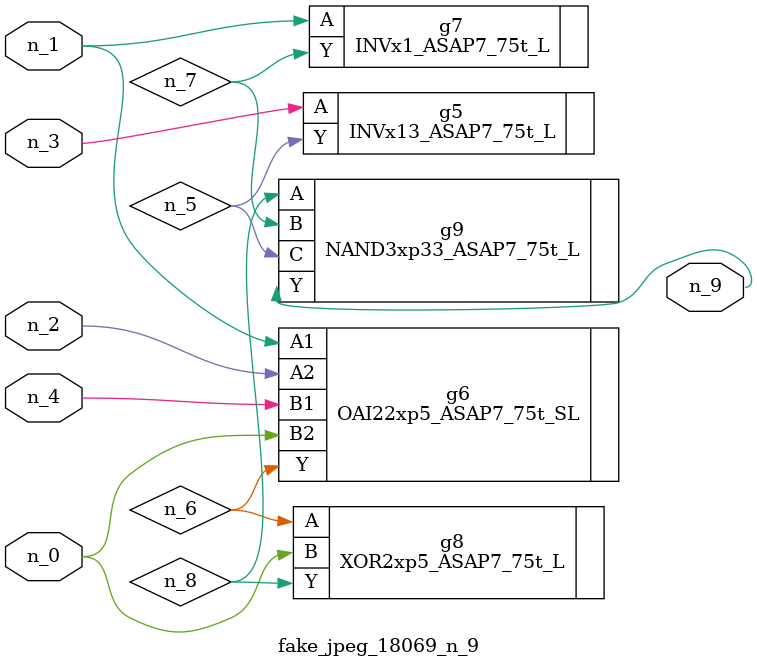
<source format=v>
module fake_jpeg_18069_n_9 (n_3, n_2, n_1, n_0, n_4, n_9);

input n_3;
input n_2;
input n_1;
input n_0;
input n_4;

output n_9;

wire n_8;
wire n_6;
wire n_5;
wire n_7;

INVx13_ASAP7_75t_L g5 ( 
.A(n_3),
.Y(n_5)
);

OAI22xp5_ASAP7_75t_SL g6 ( 
.A1(n_1),
.A2(n_2),
.B1(n_4),
.B2(n_0),
.Y(n_6)
);

INVx1_ASAP7_75t_L g7 ( 
.A(n_1),
.Y(n_7)
);

XOR2xp5_ASAP7_75t_L g8 ( 
.A(n_6),
.B(n_0),
.Y(n_8)
);

NAND3xp33_ASAP7_75t_L g9 ( 
.A(n_8),
.B(n_7),
.C(n_5),
.Y(n_9)
);


endmodule
</source>
